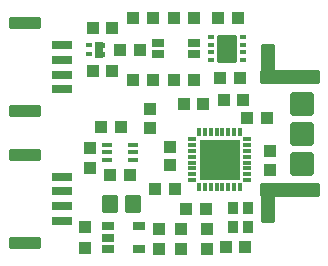
<source format=gbr>
G04*
G04 #@! TF.GenerationSoftware,Altium Limited,Altium Designer,24.7.2 (38)*
G04*
G04 Layer_Color=255*
%FSLAX25Y25*%
%MOIN*%
G70*
G04*
G04 #@! TF.SameCoordinates,0AE953C0-7C88-47E9-B79E-664DAA7B62C1*
G04*
G04*
G04 #@! TF.FilePolarity,Positive*
G04*
G01*
G75*
G04:AMPARAMS|DCode=19|XSize=23.62mil|YSize=11.81mil|CornerRadius=0.59mil|HoleSize=0mil|Usage=FLASHONLY|Rotation=180.000|XOffset=0mil|YOffset=0mil|HoleType=Round|Shape=RoundedRectangle|*
%AMROUNDEDRECTD19*
21,1,0.02362,0.01063,0,0,180.0*
21,1,0.02244,0.01181,0,0,180.0*
1,1,0.00118,-0.01122,0.00532*
1,1,0.00118,0.01122,0.00532*
1,1,0.00118,0.01122,-0.00532*
1,1,0.00118,-0.01122,-0.00532*
%
%ADD19ROUNDEDRECTD19*%
G04:AMPARAMS|DCode=20|XSize=23.62mil|YSize=11.81mil|CornerRadius=0.59mil|HoleSize=0mil|Usage=FLASHONLY|Rotation=90.000|XOffset=0mil|YOffset=0mil|HoleType=Round|Shape=RoundedRectangle|*
%AMROUNDEDRECTD20*
21,1,0.02362,0.01063,0,0,90.0*
21,1,0.02244,0.01181,0,0,90.0*
1,1,0.00118,0.00532,0.01122*
1,1,0.00118,0.00532,-0.01122*
1,1,0.00118,-0.00532,-0.01122*
1,1,0.00118,-0.00532,0.01122*
%
%ADD20ROUNDEDRECTD20*%
G04:AMPARAMS|DCode=21|XSize=35.43mil|YSize=15.75mil|CornerRadius=1.18mil|HoleSize=0mil|Usage=FLASHONLY|Rotation=0.000|XOffset=0mil|YOffset=0mil|HoleType=Round|Shape=RoundedRectangle|*
%AMROUNDEDRECTD21*
21,1,0.03543,0.01339,0,0,0.0*
21,1,0.03307,0.01575,0,0,0.0*
1,1,0.00236,0.01654,-0.00669*
1,1,0.00236,-0.01654,-0.00669*
1,1,0.00236,-0.01654,0.00669*
1,1,0.00236,0.01654,0.00669*
%
%ADD21ROUNDEDRECTD21*%
G04:AMPARAMS|DCode=22|XSize=43.31mil|YSize=39.37mil|CornerRadius=2.95mil|HoleSize=0mil|Usage=FLASHONLY|Rotation=180.000|XOffset=0mil|YOffset=0mil|HoleType=Round|Shape=RoundedRectangle|*
%AMROUNDEDRECTD22*
21,1,0.04331,0.03347,0,0,180.0*
21,1,0.03740,0.03937,0,0,180.0*
1,1,0.00591,-0.01870,0.01673*
1,1,0.00591,0.01870,0.01673*
1,1,0.00591,0.01870,-0.01673*
1,1,0.00591,-0.01870,-0.01673*
%
%ADD22ROUNDEDRECTD22*%
G04:AMPARAMS|DCode=23|XSize=39.37mil|YSize=35.43mil|CornerRadius=1.77mil|HoleSize=0mil|Usage=FLASHONLY|Rotation=90.000|XOffset=0mil|YOffset=0mil|HoleType=Round|Shape=RoundedRectangle|*
%AMROUNDEDRECTD23*
21,1,0.03937,0.03189,0,0,90.0*
21,1,0.03583,0.03543,0,0,90.0*
1,1,0.00354,0.01595,0.01791*
1,1,0.00354,0.01595,-0.01791*
1,1,0.00354,-0.01595,-0.01791*
1,1,0.00354,-0.01595,0.01791*
%
%ADD23ROUNDEDRECTD23*%
G04:AMPARAMS|DCode=24|XSize=64.96mil|YSize=96.46mil|CornerRadius=4.87mil|HoleSize=0mil|Usage=FLASHONLY|Rotation=180.000|XOffset=0mil|YOffset=0mil|HoleType=Round|Shape=RoundedRectangle|*
%AMROUNDEDRECTD24*
21,1,0.06496,0.08671,0,0,180.0*
21,1,0.05522,0.09646,0,0,180.0*
1,1,0.00974,-0.02761,0.04336*
1,1,0.00974,0.02761,0.04336*
1,1,0.00974,0.02761,-0.04336*
1,1,0.00974,-0.02761,-0.04336*
%
%ADD24ROUNDEDRECTD24*%
G04:AMPARAMS|DCode=25|XSize=20.67mil|YSize=11.81mil|CornerRadius=0.89mil|HoleSize=0mil|Usage=FLASHONLY|Rotation=180.000|XOffset=0mil|YOffset=0mil|HoleType=Round|Shape=RoundedRectangle|*
%AMROUNDEDRECTD25*
21,1,0.02067,0.01004,0,0,180.0*
21,1,0.01890,0.01181,0,0,180.0*
1,1,0.00177,-0.00945,0.00502*
1,1,0.00177,0.00945,0.00502*
1,1,0.00177,0.00945,-0.00502*
1,1,0.00177,-0.00945,-0.00502*
%
%ADD25ROUNDEDRECTD25*%
G04:AMPARAMS|DCode=26|XSize=41.34mil|YSize=23.62mil|CornerRadius=1.18mil|HoleSize=0mil|Usage=FLASHONLY|Rotation=0.000|XOffset=0mil|YOffset=0mil|HoleType=Round|Shape=RoundedRectangle|*
%AMROUNDEDRECTD26*
21,1,0.04134,0.02126,0,0,0.0*
21,1,0.03898,0.02362,0,0,0.0*
1,1,0.00236,0.01949,-0.01063*
1,1,0.00236,-0.01949,-0.01063*
1,1,0.00236,-0.01949,0.01063*
1,1,0.00236,0.01949,0.01063*
%
%ADD26ROUNDEDRECTD26*%
G04:AMPARAMS|DCode=27|XSize=43.31mil|YSize=23.62mil|CornerRadius=1.18mil|HoleSize=0mil|Usage=FLASHONLY|Rotation=0.000|XOffset=0mil|YOffset=0mil|HoleType=Round|Shape=RoundedRectangle|*
%AMROUNDEDRECTD27*
21,1,0.04331,0.02126,0,0,0.0*
21,1,0.04095,0.02362,0,0,0.0*
1,1,0.00236,0.02047,-0.01063*
1,1,0.00236,-0.02047,-0.01063*
1,1,0.00236,-0.02047,0.01063*
1,1,0.00236,0.02047,0.01063*
%
%ADD27ROUNDEDRECTD27*%
G04:AMPARAMS|DCode=28|XSize=23.62mil|YSize=66.93mil|CornerRadius=1.18mil|HoleSize=0mil|Usage=FLASHONLY|Rotation=270.000|XOffset=0mil|YOffset=0mil|HoleType=Round|Shape=RoundedRectangle|*
%AMROUNDEDRECTD28*
21,1,0.02362,0.06457,0,0,270.0*
21,1,0.02126,0.06693,0,0,270.0*
1,1,0.00236,-0.03228,-0.01063*
1,1,0.00236,-0.03228,0.01063*
1,1,0.00236,0.03228,0.01063*
1,1,0.00236,0.03228,-0.01063*
%
%ADD28ROUNDEDRECTD28*%
G04:AMPARAMS|DCode=29|XSize=39.37mil|YSize=106.3mil|CornerRadius=1.97mil|HoleSize=0mil|Usage=FLASHONLY|Rotation=270.000|XOffset=0mil|YOffset=0mil|HoleType=Round|Shape=RoundedRectangle|*
%AMROUNDEDRECTD29*
21,1,0.03937,0.10236,0,0,270.0*
21,1,0.03543,0.10630,0,0,270.0*
1,1,0.00394,-0.05118,-0.01772*
1,1,0.00394,-0.05118,0.01772*
1,1,0.00394,0.05118,0.01772*
1,1,0.00394,0.05118,-0.01772*
%
%ADD29ROUNDEDRECTD29*%
G04:AMPARAMS|DCode=30|XSize=39.37mil|YSize=43.31mil|CornerRadius=2.95mil|HoleSize=0mil|Usage=FLASHONLY|Rotation=270.000|XOffset=0mil|YOffset=0mil|HoleType=Round|Shape=RoundedRectangle|*
%AMROUNDEDRECTD30*
21,1,0.03937,0.03740,0,0,270.0*
21,1,0.03347,0.04331,0,0,270.0*
1,1,0.00591,-0.01870,-0.01673*
1,1,0.00591,-0.01870,0.01673*
1,1,0.00591,0.01870,0.01673*
1,1,0.00591,0.01870,-0.01673*
%
%ADD30ROUNDEDRECTD30*%
G04:AMPARAMS|DCode=31|XSize=51.18mil|YSize=59.06mil|CornerRadius=3.84mil|HoleSize=0mil|Usage=FLASHONLY|Rotation=180.000|XOffset=0mil|YOffset=0mil|HoleType=Round|Shape=RoundedRectangle|*
%AMROUNDEDRECTD31*
21,1,0.05118,0.05138,0,0,180.0*
21,1,0.04350,0.05906,0,0,180.0*
1,1,0.00768,-0.02175,0.02569*
1,1,0.00768,0.02175,0.02569*
1,1,0.00768,0.02175,-0.02569*
1,1,0.00768,-0.02175,-0.02569*
%
%ADD31ROUNDEDRECTD31*%
G04:AMPARAMS|DCode=32|XSize=196.85mil|YSize=47.24mil|CornerRadius=3.54mil|HoleSize=0mil|Usage=FLASHONLY|Rotation=0.000|XOffset=0mil|YOffset=0mil|HoleType=Round|Shape=RoundedRectangle|*
%AMROUNDEDRECTD32*
21,1,0.19685,0.04016,0,0,0.0*
21,1,0.18976,0.04724,0,0,0.0*
1,1,0.00709,0.09488,-0.02008*
1,1,0.00709,-0.09488,-0.02008*
1,1,0.00709,-0.09488,0.02008*
1,1,0.00709,0.09488,0.02008*
%
%ADD32ROUNDEDRECTD32*%
G04:AMPARAMS|DCode=33|XSize=78.74mil|YSize=78.74mil|CornerRadius=5.91mil|HoleSize=0mil|Usage=FLASHONLY|Rotation=0.000|XOffset=0mil|YOffset=0mil|HoleType=Round|Shape=RoundedRectangle|*
%AMROUNDEDRECTD33*
21,1,0.07874,0.06693,0,0,0.0*
21,1,0.06693,0.07874,0,0,0.0*
1,1,0.01181,0.03347,-0.03347*
1,1,0.01181,-0.03347,-0.03347*
1,1,0.01181,-0.03347,0.03347*
1,1,0.01181,0.03347,0.03347*
%
%ADD33ROUNDEDRECTD33*%
G04:AMPARAMS|DCode=34|XSize=98.43mil|YSize=47.24mil|CornerRadius=3.54mil|HoleSize=0mil|Usage=FLASHONLY|Rotation=90.000|XOffset=0mil|YOffset=0mil|HoleType=Round|Shape=RoundedRectangle|*
%AMROUNDEDRECTD34*
21,1,0.09843,0.04016,0,0,90.0*
21,1,0.09134,0.04724,0,0,90.0*
1,1,0.00709,0.02008,0.04567*
1,1,0.00709,0.02008,-0.04567*
1,1,0.00709,-0.02008,-0.04567*
1,1,0.00709,-0.02008,0.04567*
%
%ADD34ROUNDEDRECTD34*%
G04:AMPARAMS|DCode=35|XSize=39.37mil|YSize=43.31mil|CornerRadius=2.95mil|HoleSize=0mil|Usage=FLASHONLY|Rotation=0.000|XOffset=0mil|YOffset=0mil|HoleType=Round|Shape=RoundedRectangle|*
%AMROUNDEDRECTD35*
21,1,0.03937,0.03740,0,0,0.0*
21,1,0.03347,0.04331,0,0,0.0*
1,1,0.00591,0.01673,-0.01870*
1,1,0.00591,-0.01673,-0.01870*
1,1,0.00591,-0.01673,0.01870*
1,1,0.00591,0.01673,0.01870*
%
%ADD35ROUNDEDRECTD35*%
G04:AMPARAMS|DCode=36|XSize=15.75mil|YSize=21.65mil|CornerRadius=0.79mil|HoleSize=0mil|Usage=FLASHONLY|Rotation=90.000|XOffset=0mil|YOffset=0mil|HoleType=Round|Shape=RoundedRectangle|*
%AMROUNDEDRECTD36*
21,1,0.01575,0.02008,0,0,90.0*
21,1,0.01417,0.02165,0,0,90.0*
1,1,0.00158,0.01004,0.00709*
1,1,0.00158,0.01004,-0.00709*
1,1,0.00158,-0.01004,-0.00709*
1,1,0.00158,-0.01004,0.00709*
%
%ADD36ROUNDEDRECTD36*%
G04:AMPARAMS|DCode=37|XSize=43.31mil|YSize=39.37mil|CornerRadius=2.95mil|HoleSize=0mil|Usage=FLASHONLY|Rotation=90.000|XOffset=0mil|YOffset=0mil|HoleType=Round|Shape=RoundedRectangle|*
%AMROUNDEDRECTD37*
21,1,0.04331,0.03347,0,0,90.0*
21,1,0.03740,0.03937,0,0,90.0*
1,1,0.00591,0.01673,0.01870*
1,1,0.00591,0.01673,-0.01870*
1,1,0.00591,-0.01673,-0.01870*
1,1,0.00591,-0.01673,0.01870*
%
%ADD37ROUNDEDRECTD37*%
G04:AMPARAMS|DCode=58|XSize=135.83mil|YSize=135.83mil|CornerRadius=3.4mil|HoleSize=0mil|Usage=FLASHONLY|Rotation=90.000|XOffset=0mil|YOffset=0mil|HoleType=Round|Shape=RoundedRectangle|*
%AMROUNDEDRECTD58*
21,1,0.13583,0.12903,0,0,90.0*
21,1,0.12903,0.13583,0,0,90.0*
1,1,0.00679,0.06452,0.06452*
1,1,0.00679,0.06452,-0.06452*
1,1,0.00679,-0.06452,-0.06452*
1,1,0.00679,-0.06452,0.06452*
%
%ADD58ROUNDEDRECTD58*%
%AMCUSTOMSHAPE59*
4,1,12,0.02165,-0.02362,0.01181,-0.02362,0.01181,-0.02559,-0.01181,-0.02559,-0.01181,0.02559,0.01181,0.02559,0.01181,0.02362,0.02165,0.02362,0.02165,0.00787,0.01181,0.00787,0.01181,-0.00787,0.02165,-0.00787,0.02165,-0.02362,0.0*%
%ADD59CUSTOMSHAPE59*%

D19*
X193504Y82874D02*
D03*
Y84842D02*
D03*
Y86811D02*
D03*
Y88779D02*
D03*
X212008Y90748D02*
D03*
Y92716D02*
D03*
Y94685D02*
D03*
Y96653D02*
D03*
X193504Y90748D02*
D03*
Y92716D02*
D03*
Y94685D02*
D03*
Y96653D02*
D03*
X212008Y82874D02*
D03*
Y84842D02*
D03*
Y86811D02*
D03*
Y88779D02*
D03*
D20*
X195866Y80512D02*
D03*
X197835D02*
D03*
X199803D02*
D03*
X201772D02*
D03*
X203740D02*
D03*
X205709D02*
D03*
X207677D02*
D03*
X209646D02*
D03*
Y99016D02*
D03*
X207677D02*
D03*
X205709D02*
D03*
X203740D02*
D03*
X195866D02*
D03*
X201772D02*
D03*
X199803D02*
D03*
X197835D02*
D03*
D21*
X174016Y94685D02*
D03*
Y92126D02*
D03*
Y89567D02*
D03*
X165354D02*
D03*
Y92126D02*
D03*
Y94685D02*
D03*
D22*
X169882Y100787D02*
D03*
X163189D02*
D03*
X202953Y116929D02*
D03*
X209646D02*
D03*
X194291Y137008D02*
D03*
X187598D02*
D03*
X173819Y137008D02*
D03*
X180512D02*
D03*
X191455Y73421D02*
D03*
X198148D02*
D03*
X187992Y79921D02*
D03*
X181299D02*
D03*
X218504Y103543D02*
D03*
X211811D02*
D03*
X202165Y137008D02*
D03*
X208858D02*
D03*
X172876Y84543D02*
D03*
X166183D02*
D03*
X187598Y116142D02*
D03*
X194291D02*
D03*
X180512Y116142D02*
D03*
X173819D02*
D03*
X169488Y126378D02*
D03*
X176181D02*
D03*
D23*
X212091Y73678D02*
D03*
X207268D02*
D03*
Y67281D02*
D03*
X212091D02*
D03*
D24*
X205118Y126772D02*
D03*
D25*
X199756Y130610D02*
D03*
Y122933D02*
D03*
Y128051D02*
D03*
X210480Y125492D02*
D03*
X210482Y122933D02*
D03*
X210480Y128051D02*
D03*
Y130610D02*
D03*
X199756Y125492D02*
D03*
D26*
X194193Y128740D02*
D03*
Y124803D02*
D03*
X182185D02*
D03*
Y128740D02*
D03*
D27*
X175984Y67520D02*
D03*
X165748Y60039D02*
D03*
Y63779D02*
D03*
Y67520D02*
D03*
X175984Y60039D02*
D03*
D28*
X150394Y84055D02*
D03*
Y79134D02*
D03*
Y74213D02*
D03*
Y69291D02*
D03*
Y127953D02*
D03*
Y123031D02*
D03*
Y118110D02*
D03*
Y113189D02*
D03*
D29*
X137795Y91339D02*
D03*
Y62008D02*
D03*
Y135236D02*
D03*
Y105905D02*
D03*
D30*
X204331Y109646D02*
D03*
X210630D02*
D03*
X190945Y108268D02*
D03*
X197244D02*
D03*
X211259Y60729D02*
D03*
X204960D02*
D03*
D31*
X166339Y74803D02*
D03*
X173819D02*
D03*
D32*
X226378Y117323D02*
D03*
Y79528D02*
D03*
D33*
X230315Y108425D02*
D03*
Y98425D02*
D03*
Y88425D02*
D03*
D34*
X218898Y123228D02*
D03*
Y73622D02*
D03*
D35*
X219685Y92520D02*
D03*
Y86221D02*
D03*
X179528Y100394D02*
D03*
Y106693D02*
D03*
X186221Y94095D02*
D03*
Y87795D02*
D03*
D36*
X159153Y127953D02*
D03*
Y124803D02*
D03*
D37*
X198425Y60039D02*
D03*
Y66732D02*
D03*
X182677Y60039D02*
D03*
Y66732D02*
D03*
X189849Y60081D02*
D03*
Y66774D02*
D03*
X159449Y93504D02*
D03*
Y86811D02*
D03*
X157874Y60433D02*
D03*
Y67126D02*
D03*
X160630Y119291D02*
D03*
X166929D02*
D03*
X160630Y133465D02*
D03*
X166929D02*
D03*
D58*
X202756Y89764D02*
D03*
D59*
X162598Y126378D02*
D03*
M02*

</source>
